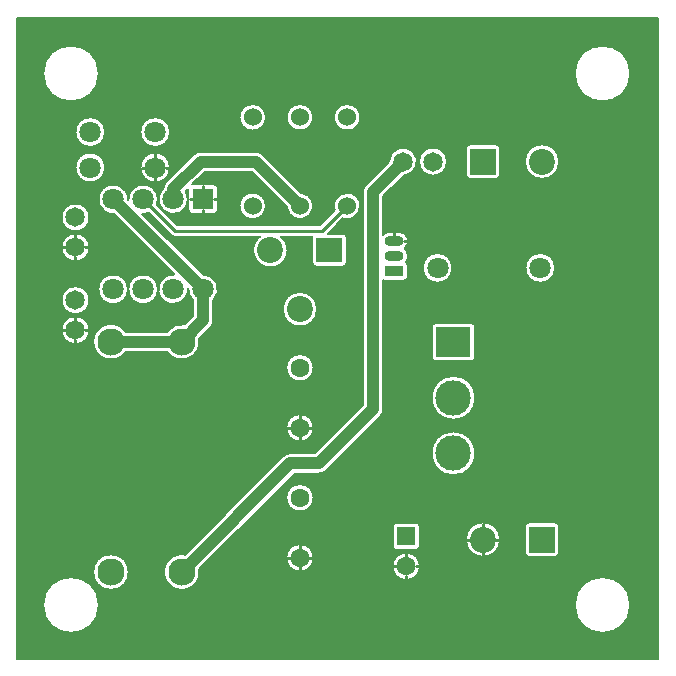
<source format=gbl>
G04 Layer: BottomLayer*
G04 EasyEDA Pro v2.2.35.2, 2025-01-10 12:29:17*
G04 Gerber Generator version 0.3*
G04 Scale: 100 percent, Rotated: No, Reflected: No*
G04 Dimensions in millimeters*
G04 Leading zeros omitted, absolute positions, 4 integers and 5 decimals*
%FSLAX45Y45*%
%MOMM*%
%ADD10C,0.2032*%
%ADD11C,0.254*%
%ADD12C,1.0*%
%ADD13C,1.6*%
%ADD14C,1.65001*%
%ADD15C,1.8*%
%ADD16R,1.6X1.6*%
%ADD17C,1.651*%
%ADD18O,1.6X0.9*%
%ADD19R,1.6037X0.9*%
%ADD20R,1.6X0.9*%
%ADD21C,2.3*%
%ADD22R,2.99999X2.49999*%
%ADD23C,2.99999*%
%ADD24R,1.8X1.8*%
%ADD25R,2.2X2.2*%
%ADD26C,2.2*%
%ADD27R,2.2X2.2*%
%ADD28R,2.2X2.1*%
%ADD29C,1.524*%
G75*


G04 Copper Start*
G36*
G01X5464186Y5464186D02*
G01X5464186Y35814D01*
G01X35814Y35814D01*
G01X35814Y5464186D01*
G01X5464186Y5464186D01*
G37*
%LPC*%
G36*
G01X726314Y4990500D02*
G03X254686Y4990500I-235814J0D01*
G03X726314Y4990500I235814J0D01*
G37*
G36*
G01X726314Y490500D02*
G03X254686Y490500I-235814J0D01*
G03X726314Y490500I235814J0D01*
G37*
G36*
G01X528600Y3653185D02*
G03X528600Y3889814I0J118314D01*
G03X528600Y3653185I0J-118314D01*
G37*
G36*
G01X528600Y3399185D02*
G03X528600Y3635814I0J118314D01*
G03X528600Y3399185I0J-118314D01*
G37*
G36*
G01X528600Y2699186D02*
G03X528600Y2935815I0J118314D01*
G03X528600Y2699186I0J-118314D01*
G37*
G36*
G01X528600Y2953186D02*
G03X528600Y3189815I0J118314D01*
G03X528600Y2953186I0J-118314D01*
G37*
G36*
G01X527786Y4494500D02*
G03X779413Y4494500I125814J0D01*
G03X527786Y4494500I-125814J0D01*
G37*
G36*
G01X527786Y4194500D02*
G03X779413Y4194500I125814J0D01*
G03X527786Y4194500I-125814J0D01*
G37*
G36*
G01X1304581Y2805318D02*
G01X952619Y2805318D01*
G03X677786Y2719504I-124019J-85814D01*
G03X952619Y2633690I150814J0D01*
G01X1304581Y2633690D01*
G03X1486314Y2580171I124019J85814D01*
G03X1576974Y2746519I-57714J139334D01*
G01X1670280Y2839825D01*
G03X1695414Y2900504I-60680J60680D01*
G01X1695414Y3071494D01*
G03X1725837Y3211647I-85814J92006D01*
G03X1605222Y3289238I-116237J-48147D01*
G01X1094577Y3799882D01*
G03X1149379Y3809111I7023J125618D01*
G01X1335195Y3623295D01*
G03X1369500Y3609086I34305J34305D01*
G01X2088425Y3609086D01*
G03X2178600Y3348686I90175J-114587D01*
G03X2268776Y3609086I0J145814D01*
G01X2534093Y3609086D01*
G03X2532786Y3599499I34507J-9587D01*
G01X2532786Y3389500D01*
G03X2568600Y3353686I35814J0D01*
G01X2788599Y3353686D01*
G03X2824413Y3389500I0J35814D01*
G01X2824413Y3599499D01*
G03X2788599Y3635313I-35814J0D01*
G01X2663028Y3635313D01*
G01X2791513Y3763798D01*
G03X2907806Y3948700I37087J105696D01*
G03X2722904Y3832407I-79206J-79206D01*
G01X2596610Y3706114D01*
G01X1389595Y3706114D01*
G01X1217988Y3877721D01*
G03X1122494Y4049567I-116388J47779D01*
G03X975982Y3918477I-20894J-124067D01*
G01X973338Y3921122D01*
G03X758636Y4014464I-125738J4378D01*
G03X851978Y3799762I88964J-88964D01*
G01X1362623Y3289118D01*
G03X1266636Y3074536I-7023J-125618D01*
G03X1481218Y3170523I88964J88964D01*
G01X1483862Y3167878D01*
G03X1523786Y3071494I125738J-4378D01*
G01X1523786Y2936050D01*
G01X1455615Y2867879D01*
G03X1304581Y2805318I-27015J-148374D01*
G37*
G36*
G01X828600Y618682D02*
G03X828600Y920309I0J150814D01*
G03X828600Y618682I0J-150814D01*
G37*
G36*
G01X973414Y3163500D02*
G03X721786Y3163500I-125814J0D01*
G03X973414Y3163500I125814J0D01*
G37*
G36*
G01X1227414Y3163500D02*
G03X975786Y3163500I-125814J0D01*
G03X1227414Y3163500I125814J0D01*
G37*
G36*
G01X1077787Y4494500D02*
G03X1329415Y4494500I125814J0D01*
G03X1077787Y4494500I-125814J0D01*
G37*
G36*
G01X1077787Y4194500D02*
G03X1329415Y4194500I125814J0D01*
G03X1077787Y4194500I-125814J0D01*
G37*
G36*
G01X1340036Y3800653D02*
G03X1461103Y3994044I15564J124847D01*
G01X1483808Y4016749D01*
G01X1483786Y4015500D01*
G01X1483786Y3835500D01*
G03X1519600Y3799686I35814J0D01*
G01X1699600Y3799686D01*
G03X1735414Y3835500I0J35814D01*
G01X1735414Y4015500D01*
G03X1699600Y4051314I-35814J0D01*
G01X1519600Y4051314D01*
G01X1518351Y4051292D01*
G01X1623045Y4155986D01*
G01X2020749Y4155986D01*
G01X2317013Y3859722D01*
G03X2507806Y3790289I111587J9772D01*
G03X2438372Y3981081I-79206J79206D01*
G01X2116974Y4302480D01*
G03X2056294Y4327614I-60680J-60680D01*
G01X1587500Y4327614D01*
G03X1526820Y4302480I0J-85814D01*
G01X1294920Y4070580D01*
G03X1270155Y4017848I60680J-60680D01*
G03X1340036Y3800653I85445J-92349D01*
G37*
G36*
G01X2555255Y1774914D02*
G01X2348204Y1774914D01*
G03X2287525Y1749780I0J-85814D01*
G01X1455615Y917870D01*
G03X1321958Y662854I-27015J-148374D01*
G03X1576974Y796511I106641J106641D01*
G01X2383750Y1603286D01*
G01X2590800Y1603286D01*
G03X2651480Y1628420I0J85814D01*
G01X3108680Y2085620D01*
G03X3133814Y2146300I-60680J60680D01*
G01X3133814Y3239881D01*
G03X3148600Y3236686I14786J32619D01*
G01X3308600Y3236686D01*
G03X3344414Y3272500I0J35814D01*
G01X3344414Y3362500D01*
G03X3326367Y3393596I-35814J0D01*
G03X3313586Y3508000I-62767J50904D01*
G03X3263600Y3652314I-49986J63500D01*
G01X3193600Y3652314D01*
G03X3133814Y3625874I0J-80814D01*
G01X3133814Y3952255D01*
G01X3307861Y4126302D01*
G03X3383014Y4330417I-6261J118198D01*
G03X3183236Y4244395I-81414J-85917D01*
G01X2987320Y4048480D01*
G03X2962186Y3987800I60680J-60680D01*
G01X2962186Y2181845D01*
G01X2555255Y1774914D01*
G37*
G36*
G01X2028600Y4731520D02*
G03X2028600Y4507492I0J-112014D01*
G03X2028600Y4731520I0J112014D01*
G37*
G36*
G01X2028600Y3981508D02*
G03X2028600Y3757480I0J-112014D01*
G03X2028600Y3981508I0J112014D01*
G37*
G36*
G01X2574414Y2994500D02*
G03X2282786Y2994500I-145814J0D01*
G03X2574414Y2994500I145814J0D01*
G37*
G36*
G01X2428600Y1006314D02*
G03X2428600Y774686I0J-115814D01*
G03X2428600Y1006314I0J115814D01*
G37*
G36*
G01X2428600Y1514314D02*
G03X2428600Y1282686I0J-115814D01*
G03X2428600Y1514314I0J115814D01*
G37*
G36*
G01X2428600Y2106314D02*
G03X2428600Y1874686I0J-115814D01*
G03X2428600Y2106314I0J115814D01*
G37*
G36*
G01X2428600Y2614314D02*
G03X2428600Y2382686I0J-115814D01*
G03X2428600Y2614314I0J115814D01*
G37*
G36*
G01X2428600Y4507492D02*
G03X2428600Y4731520I0J112014D01*
G03X2428600Y4507492I0J-112014D01*
G37*
G36*
G01X2828600Y4507492D02*
G03X2828600Y4731520I0J112014D01*
G03X2828600Y4507492I0J-112014D01*
G37*
G36*
G01X3328600Y933314D02*
G03X3328600Y701686I0J-115814D01*
G03X3328600Y933314I0J115814D01*
G37*
G36*
G01X3212786Y991500D02*
G03X3248600Y955686I35814J0D01*
G01X3408600Y955686D01*
G03X3444414Y991500I0J35814D01*
G01X3444414Y1151500D01*
G03X3408600Y1187314I-35814J0D01*
G01X3248600Y1187314D01*
G03X3212786Y1151500I0J-35814D01*
G01X3212786Y991500D01*
G37*
G36*
G01X3673964Y4244500D02*
G03X3437236Y4244500I-118364J0D01*
G03X3673964Y4244500I118364J0D01*
G37*
G36*
G01X3719413Y3344500D02*
G03X3467786Y3344500I-125814J0D01*
G03X3719413Y3344500I125814J0D01*
G37*
G36*
G01X3728600Y1960312D02*
G03X3728600Y1588685I0J-185814D01*
G03X3728600Y1960312I0J185814D01*
G37*
G36*
G01X3728600Y2430314D02*
G03X3728600Y2058686I0J-185814D01*
G03X3728600Y2430314I0J185814D01*
G37*
G36*
G01X3542786Y2589502D02*
G03X3578600Y2553688I35814J0D01*
G01X3878600Y2553688D01*
G03X3914414Y2589502I0J35814D01*
G01X3914414Y2839501D01*
G03X3878600Y2875315I-35814J0D01*
G01X3578600Y2875315D01*
G03X3542786Y2839501I0J-35814D01*
G01X3542786Y2589502D01*
G37*
G36*
G01X4088600Y4098686D02*
G03X4124414Y4134500I0J35814D01*
G01X4124414Y4354500D01*
G03X4088600Y4390314I-35814J0D01*
G01X3868601Y4390314D01*
G03X3832787Y4354500I0J-35814D01*
G01X3832787Y4134500D01*
G03X3868601Y4098686I35814J0D01*
G01X4088600Y4098686D01*
G37*
G36*
G01X4124414Y1044500D02*
G03X3832787Y1044500I-145814J0D01*
G03X4124414Y1044500I145814J0D01*
G37*
G36*
G01X4332786Y4244500D02*
G03X4624413Y4244500I145814J0D01*
G03X4332786Y4244500I-145814J0D01*
G37*
G36*
G01X4368600Y1190314D02*
G03X4332786Y1154500I0J-35814D01*
G01X4332786Y934500D01*
G03X4368600Y898686I35814J0D01*
G01X4588599Y898686D01*
G03X4624413Y934500I0J35814D01*
G01X4624413Y1154500D01*
G03X4588599Y1190314I-35814J0D01*
G01X4368600Y1190314D01*
G37*
G36*
G01X4589414Y3344500D02*
G03X4337787Y3344500I-125814J0D01*
G03X4589414Y3344500I125814J0D01*
G37*
G36*
G01X5226314Y4990500D02*
G03X4754686Y4990500I-235814J0D01*
G03X5226314Y4990500I235814J0D01*
G37*
G36*
G01X5226314Y490500D02*
G03X4754686Y490500I-235814J0D01*
G03X5226314Y490500I235814J0D01*
G37*
%LPD*%
G54D10*
G01X5464186Y5464186D02*
G01X5464186Y35814D01*
G01X35814Y35814D01*
G01X35814Y5464186D01*
G01X5464186Y5464186D01*
G01X726314Y4990500D02*
G03X254686Y4990500I-235814J0D01*
G03X726314Y4990500I235814J0D01*
G01X726314Y490500D02*
G03X254686Y490500I-235814J0D01*
G03X726314Y490500I235814J0D01*
G01X528600Y3653185D02*
G03X528600Y3889814I0J118314D01*
G03X528600Y3653185I0J-118314D01*
G01X528600Y3399185D02*
G03X528600Y3635814I0J118314D01*
G03X528600Y3399185I0J-118314D01*
G01X528600Y2699186D02*
G03X528600Y2935815I0J118314D01*
G03X528600Y2699186I0J-118314D01*
G01X528600Y2953186D02*
G03X528600Y3189815I0J118314D01*
G03X528600Y2953186I0J-118314D01*
G01X527786Y4494500D02*
G03X779413Y4494500I125814J0D01*
G03X527786Y4494500I-125814J0D01*
G01X527786Y4194500D02*
G03X779413Y4194500I125814J0D01*
G03X527786Y4194500I-125814J0D01*
G01X1304581Y2805318D02*
G01X952619Y2805318D01*
G03X677786Y2719504I-124019J-85814D01*
G03X952619Y2633690I150814J0D01*
G01X1304581Y2633690D01*
G03X1486314Y2580171I124019J85814D01*
G03X1576974Y2746519I-57714J139334D01*
G01X1670280Y2839825D01*
G03X1695414Y2900504I-60680J60680D01*
G01X1695414Y3071494D01*
G03X1725837Y3211647I-85814J92006D01*
G03X1605222Y3289238I-116237J-48147D01*
G01X1094577Y3799882D01*
G03X1149379Y3809111I7023J125618D01*
G01X1335195Y3623295D01*
G03X1369500Y3609086I34305J34305D01*
G01X2088425Y3609086D01*
G03X2178600Y3348686I90175J-114587D01*
G03X2268776Y3609086I0J145814D01*
G01X2534093Y3609086D01*
G03X2532786Y3599499I34507J-9587D01*
G01X2532786Y3389500D01*
G03X2568600Y3353686I35814J0D01*
G01X2788599Y3353686D01*
G03X2824413Y3389500I0J35814D01*
G01X2824413Y3599499D01*
G03X2788599Y3635313I-35814J0D01*
G01X2663028Y3635313D01*
G01X2791513Y3763798D01*
G03X2907806Y3948700I37087J105696D01*
G03X2722904Y3832407I-79206J-79206D01*
G01X2596610Y3706114D01*
G01X1389595Y3706114D01*
G01X1217988Y3877721D01*
G03X1122494Y4049567I-116388J47779D01*
G03X975982Y3918477I-20894J-124067D01*
G01X973338Y3921122D01*
G03X758636Y4014464I-125738J4378D01*
G03X851978Y3799762I88964J-88964D01*
G01X1362623Y3289118D01*
G03X1266636Y3074536I-7023J-125618D01*
G03X1481218Y3170523I88964J88964D01*
G01X1483862Y3167878D01*
G03X1523786Y3071494I125738J-4378D01*
G01X1523786Y2936050D01*
G01X1455615Y2867879D01*
G03X1304581Y2805318I-27015J-148374D01*
G01X828600Y618682D02*
G03X828600Y920309I0J150814D01*
G03X828600Y618682I0J-150814D01*
G01X973414Y3163500D02*
G03X721786Y3163500I-125814J0D01*
G03X973414Y3163500I125814J0D01*
G01X1227414Y3163500D02*
G03X975786Y3163500I-125814J0D01*
G03X1227414Y3163500I125814J0D01*
G01X1077787Y4494500D02*
G03X1329415Y4494500I125814J0D01*
G03X1077787Y4494500I-125814J0D01*
G01X1077787Y4194500D02*
G03X1329415Y4194500I125814J0D01*
G03X1077787Y4194500I-125814J0D01*
G01X1340036Y3800653D02*
G03X1461103Y3994044I15564J124847D01*
G01X1483808Y4016749D01*
G01X1483786Y4015500D01*
G01X1483786Y3835500D01*
G03X1519600Y3799686I35814J0D01*
G01X1699600Y3799686D01*
G03X1735414Y3835500I0J35814D01*
G01X1735414Y4015500D01*
G03X1699600Y4051314I-35814J0D01*
G01X1519600Y4051314D01*
G01X1518351Y4051292D01*
G01X1623045Y4155986D01*
G01X2020749Y4155986D01*
G01X2317013Y3859722D01*
G03X2507806Y3790289I111587J9772D01*
G03X2438372Y3981081I-79206J79206D01*
G01X2116974Y4302480D01*
G03X2056294Y4327614I-60680J-60680D01*
G01X1587500Y4327614D01*
G03X1526820Y4302480I0J-85814D01*
G01X1294920Y4070580D01*
G03X1270155Y4017848I60680J-60680D01*
G03X1340036Y3800653I85445J-92349D01*
G01X2555255Y1774914D02*
G01X2348204Y1774914D01*
G03X2287525Y1749780I0J-85814D01*
G01X1455615Y917870D01*
G03X1321958Y662854I-27015J-148374D01*
G03X1576974Y796511I106641J106641D01*
G01X2383750Y1603286D01*
G01X2590800Y1603286D01*
G03X2651480Y1628420I0J85814D01*
G01X3108680Y2085620D01*
G03X3133814Y2146300I-60680J60680D01*
G01X3133814Y3239881D01*
G03X3148600Y3236686I14786J32619D01*
G01X3308600Y3236686D01*
G03X3344414Y3272500I0J35814D01*
G01X3344414Y3362500D01*
G03X3326367Y3393596I-35814J0D01*
G03X3313586Y3508000I-62767J50904D01*
G03X3263600Y3652314I-49986J63500D01*
G01X3193600Y3652314D01*
G03X3133814Y3625874I0J-80814D01*
G01X3133814Y3952255D01*
G01X3307861Y4126302D01*
G03X3383014Y4330417I-6261J118198D01*
G03X3183236Y4244395I-81414J-85917D01*
G01X2987320Y4048480D01*
G03X2962186Y3987800I60680J-60680D01*
G01X2962186Y2181845D01*
G01X2555255Y1774914D01*
G01X2028600Y4731520D02*
G03X2028600Y4507492I0J-112014D01*
G03X2028600Y4731520I0J112014D01*
G01X2028600Y3981508D02*
G03X2028600Y3757480I0J-112014D01*
G03X2028600Y3981508I0J112014D01*
G01X2574414Y2994500D02*
G03X2282786Y2994500I-145814J0D01*
G03X2574414Y2994500I145814J0D01*
G01X2428600Y1006314D02*
G03X2428600Y774686I0J-115814D01*
G03X2428600Y1006314I0J115814D01*
G01X2428600Y1514314D02*
G03X2428600Y1282686I0J-115814D01*
G03X2428600Y1514314I0J115814D01*
G01X2428600Y2106314D02*
G03X2428600Y1874686I0J-115814D01*
G03X2428600Y2106314I0J115814D01*
G01X2428600Y2614314D02*
G03X2428600Y2382686I0J-115814D01*
G03X2428600Y2614314I0J115814D01*
G01X2428600Y4507492D02*
G03X2428600Y4731520I0J112014D01*
G03X2428600Y4507492I0J-112014D01*
G01X2828600Y4507492D02*
G03X2828600Y4731520I0J112014D01*
G03X2828600Y4507492I0J-112014D01*
G01X3328600Y933314D02*
G03X3328600Y701686I0J-115814D01*
G03X3328600Y933314I0J115814D01*
G01X3212786Y991500D02*
G03X3248600Y955686I35814J0D01*
G01X3408600Y955686D01*
G03X3444414Y991500I0J35814D01*
G01X3444414Y1151500D01*
G03X3408600Y1187314I-35814J0D01*
G01X3248600Y1187314D01*
G03X3212786Y1151500I0J-35814D01*
G01X3212786Y991500D01*
G01X3673964Y4244500D02*
G03X3437236Y4244500I-118364J0D01*
G03X3673964Y4244500I118364J0D01*
G01X3719413Y3344500D02*
G03X3467786Y3344500I-125814J0D01*
G03X3719413Y3344500I125814J0D01*
G01X3728600Y1960312D02*
G03X3728600Y1588685I0J-185814D01*
G03X3728600Y1960312I0J185814D01*
G01X3728600Y2430314D02*
G03X3728600Y2058686I0J-185814D01*
G03X3728600Y2430314I0J185814D01*
G01X3542786Y2589502D02*
G03X3578600Y2553688I35814J0D01*
G01X3878600Y2553688D01*
G03X3914414Y2589502I0J35814D01*
G01X3914414Y2839501D01*
G03X3878600Y2875315I-35814J0D01*
G01X3578600Y2875315D01*
G03X3542786Y2839501I0J-35814D01*
G01X3542786Y2589502D01*
G01X4088600Y4098686D02*
G03X4124414Y4134500I0J35814D01*
G01X4124414Y4354500D01*
G03X4088600Y4390314I-35814J0D01*
G01X3868601Y4390314D01*
G03X3832787Y4354500I0J-35814D01*
G01X3832787Y4134500D01*
G03X3868601Y4098686I35814J0D01*
G01X4088600Y4098686D01*
G01X4124414Y1044500D02*
G03X3832787Y1044500I-145814J0D01*
G03X4124414Y1044500I145814J0D01*
G01X4332786Y4244500D02*
G03X4624413Y4244500I145814J0D01*
G03X4332786Y4244500I-145814J0D01*
G01X4368600Y1190314D02*
G03X4332786Y1154500I0J-35814D01*
G01X4332786Y934500D01*
G03X4368600Y898686I35814J0D01*
G01X4588599Y898686D01*
G03X4624413Y934500I0J35814D01*
G01X4624413Y1154500D01*
G03X4588599Y1190314I-35814J0D01*
G01X4368600Y1190314D01*
G01X4589414Y3344500D02*
G03X4337787Y3344500I-125814J0D01*
G03X4589414Y3344500I125814J0D01*
G01X5226314Y4990500D02*
G03X4754686Y4990500I-235814J0D01*
G03X5226314Y4990500I235814J0D01*
G01X5226314Y490500D02*
G03X4754686Y490500I-235814J0D01*
G03X5226314Y490500I235814J0D01*
G54D11*
G01X528600Y2735254D02*
G01X528600Y2709346D01*
G01X528600Y2899747D02*
G01X528600Y2925655D01*
G01X446353Y2817500D02*
G01X420445Y2817500D01*
G01X610846Y2817500D02*
G01X636754Y2817500D01*
G01X528600Y3435253D02*
G01X528600Y3409345D01*
G01X528600Y3599746D02*
G01X528600Y3625654D01*
G01X446353Y3517500D02*
G01X420445Y3517500D01*
G01X610846Y3517500D02*
G01X636754Y3517500D01*
G01X1113855Y4194500D02*
G01X1087947Y4194500D01*
G01X1293347Y4194500D02*
G01X1319255Y4194500D01*
G01X1203601Y4284246D02*
G01X1203601Y4310154D01*
G01X1203601Y4104755D02*
G01X1203601Y4078847D01*
G01X1699346Y3925500D02*
G01X1725254Y3925500D01*
G01X1519854Y3925500D02*
G01X1493946Y3925500D01*
G01X1609600Y3835754D02*
G01X1609600Y3809846D01*
G01X1609600Y4015246D02*
G01X1609600Y4041154D01*
G01X2428600Y970246D02*
G01X2428600Y996154D01*
G01X2428600Y810754D02*
G01X2428600Y784846D01*
G01X2508346Y890500D02*
G01X2534254Y890500D01*
G01X2348854Y890500D02*
G01X2322946Y890500D01*
G01X2428600Y2070246D02*
G01X2428600Y2096154D01*
G01X2428600Y1910754D02*
G01X2428600Y1884846D01*
G01X2508346Y1990500D02*
G01X2534254Y1990500D01*
G01X2348854Y1990500D02*
G01X2322946Y1990500D01*
G01X3228600Y3616246D02*
G01X3228600Y3642154D01*
G01X3308346Y3571500D02*
G01X3334254Y3571500D01*
G01X3328600Y897246D02*
G01X3328600Y923154D01*
G01X3328600Y737754D02*
G01X3328600Y711846D01*
G01X3408346Y817500D02*
G01X3434254Y817500D01*
G01X3248854Y817500D02*
G01X3222946Y817500D01*
G01X4088346Y1044500D02*
G01X4114254Y1044500D01*
G01X3868855Y1044500D02*
G01X3842947Y1044500D01*
G01X3978600Y934754D02*
G01X3978600Y908846D01*
G01X3978600Y1154246D02*
G01X3978600Y1180154D01*
G04 Copper End*

G04 PolygonModel Start*
G54D12*
G01X1355600Y3925500D02*
G01X1355600Y4009900D01*
G01X1587500Y4241800D01*
G01X2056294Y4241800D01*
G01X2428600Y3869494D01*

G04 Pad Start*
G54D13*
G01X2428600Y2498500D03*
G01X2428600Y1990500D03*
G01X2428600Y1398500D03*
G01X2428600Y890500D03*
G54D14*
G01X528600Y3517500D03*
G01X528600Y3771500D03*
G01X528600Y2817500D03*
G01X528600Y3071500D03*
G54D15*
G01X4463600Y3344500D03*
G01X3593600Y3344500D03*
G54D16*
G01X3328600Y1071500D03*
G54D13*
G01X3328600Y817500D03*
G54D17*
G01X3301600Y4244500D03*
G01X3555600Y4244500D03*
G54D18*
G01X3228600Y3571500D03*
G01X3228600Y3444500D03*
G54D20*
G01X3228600Y3317500D03*
G54D21*
G01X828600Y769496D03*
G01X828600Y2719504D03*
G01X1428600Y769496D03*
G01X1428600Y2719504D03*
G54D22*
G01X3728600Y2714502D03*
G54D23*
G01X3728600Y2244500D03*
G01X3728600Y1774498D03*
G54D15*
G01X653599Y4494500D03*
G01X1203601Y4494500D03*
G01X653599Y4194500D03*
G01X1203601Y4194500D03*
G54D24*
G01X1609600Y3925500D03*
G54D15*
G01X1355600Y3925500D03*
G01X1101600Y3925500D03*
G01X847600Y3925500D03*
G01X847600Y3163500D03*
G01X1101600Y3163500D03*
G01X1355600Y3163500D03*
G01X1609600Y3163500D03*
G54D25*
G01X4478599Y1044500D03*
G54D26*
G01X3978600Y1044500D03*
G54D27*
G01X3978600Y4244500D03*
G54D26*
G01X4478599Y4244500D03*
G54D28*
G01X2678599Y3494499D03*
G54D26*
G01X2178600Y3494499D03*
G01X2428600Y2994500D03*
G54D29*
G01X2028600Y4619506D03*
G01X2028600Y3869494D03*
G01X2428600Y3869494D03*
G01X2428600Y4619506D03*
G01X2828600Y3869494D03*
G01X2828600Y4619506D03*
G04 Pad End*

G04 Track Start*
G54D12*
G01X1609600Y3163500D02*
G01X847600Y3925500D01*
G01X1428600Y2719504D02*
G01X828600Y2719504D01*
G01X1428600Y769496D02*
G01X2348204Y1689100D01*
G01X2590800Y1689100D01*
G01X3048000Y2146300D01*
G01X3048000Y3987800D02*
G01X3301600Y4241400D01*
G01X3301600Y4244500D01*
G01X3048000Y2146300D02*
G01X3048000Y3987800D01*
G54D11*
G01X1101600Y3925500D02*
G01X1369500Y3657600D01*
G01X2616705Y3657600D02*
G01X2828600Y3869494D01*
G01X1369500Y3657600D02*
G01X2616705Y3657600D01*
G54D12*
G01X1428600Y2719504D02*
G01X1609600Y2900504D01*
G01X1609600Y3163500D01*
G04 Track End*

M02*


</source>
